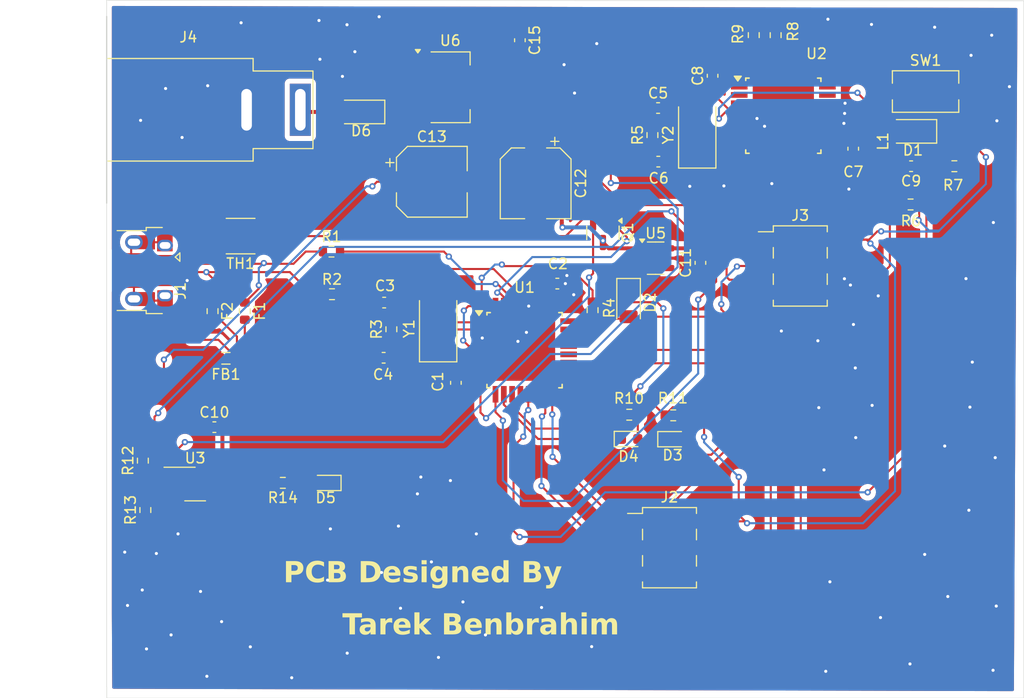
<source format=kicad_pcb>
(kicad_pcb (version 20240108) (generator "pcbnew") (generator_version "8.0")
  (layers (0 "F.Cu" signal) (31 "B.Cu" signal) (34 "B.Paste" user) (35 "F.Paste" user) (36 "B.SilkS" user "B.Silkscreen") (37 "F.SilkS" user "F.Silkscreen") (38 "B.Mask" user) (39 "F.Mask" user) (44 "Edge.Cuts" user))
  (net 0 "")
  (net 1 "GND")
  (net 2 "5VDC")
  (net 3 "Net-(U1-UCAP)")
  (net 4 "Net-(U1-XTAL1)")
  (net 5 "Net-(U1-PC0{slash}XTAL2)")
  (net 6 "Net-(U2-XTAL1{slash}PB6)")
  (net 7 "Net-(U2-XTAL2{slash}PB7)")
  (net 8 "Net-(U2-AVCC)")
  (net 9 "Net-(U1-~{HWB}{slash}PD7)")
  (net 10 "/RESET")
  (net 11 "3.3VDC")
  (net 12 "VIN")
  (net 13 "/RESET2")
  (net 14 "Net-(D3-A)")
  (net 15 "Net-(D3-K)")
  (net 16 "/RXLED")
  (net 17 "Net-(D4-A)")
  (net 18 "Net-(D5-A)")
  (net 19 "PWRIN")
  (net 20 "Net-(J1-Shield)")
  (net 21 "Net-(J1-D+)")
  (net 22 "Net-(J1-VBUS)")
  (net 24 "/SCK2")
  (net 25 "/MISO2")
  (net 26 "/MOSI2")
  (net 27 "/MOSI")
  (net 28 "SCK")
  (net 29 "/MISO")
  (net 30 "Net-(Q1-G)")
  (net 31 "USBVCC")
  (net 32 "Net-(U1-D-)")
  (net 33 "Net-(U1-D+)")
  (net 34 "Net-(U2-PD0)")
  (net 35 "Net-(U1-PD3)")
  (net 36 "Net-(U1-PD2)")
  (net 37 "Net-(U3A-+)")
  (net 38 "Net-(U4A--)")
  (net 73 "Net-(J1-D-)")
  (net 74 "Net-(U2-PD1)")
  (footprint "Diode_SMD:D_1206_3216Metric" (layer "F.Cu") (at 106.1 67.52 180)
    (property "Reference" "D6")
    (property "Value" "D_Schottky" (hide yes))
  )
  (footprint "Diode_SMD:D_1206_3216Metric" (layer "F.Cu") (at 159.31 69.39 180)
    (property "Reference" "D1")
    (property "Value" "D_Schottky" (hide yes))
  )
  (footprint "Resistor_SMD:R_0603_1608Metric" (layer "F.Cu") (at 134.19 69.75 90)
    (property "Reference" "R5")
    (property "Value" "1M" (hide yes))
  )
  (footprint "Capacitor_SMD:C_0603_1608Metric" (layer "F.Cu") (at 159.13 72.75 180)
    (property "Reference" "C9")
    (property "Value" "100n" (hide yes))
  )
  (footprint "LED_SMD:LED_0603_1608Metric" (layer "F.Cu") (at 136.19 99.07)
    (property "Reference" "D3")
    (property "Value" "LED" (hide yes))
  )
  (footprint "Capacitor_SMD:C_0603_1608Metric" (layer "F.Cu") (at 138.8175 82.0675 90)
    (property "Reference" "C11")
    (property "Value" "1uf" (hide yes))
  )
  (footprint "LED_SMD:LED_0603_1608Metric" (layer "F.Cu") (at 102.6825 103.29 180)
    (property "Reference" "D5")
    (property "Value" "LED" (hide yes))
  )
  (footprint "Resistor_SMD:R_1812_4532Metric" (layer "F.Cu") (at 94.4825 79.49 180)
    (property "Reference" "TH1")
    (property "Value" "Thermistor_PTC" (hide yes))
  )
  (footprint "Resistor_SMD:R_0603_1608Metric" (layer "F.Cu") (at 128.42 86.63 90)
    (property "Reference" "R4")
    (property "Value" "10K" (hide yes))
  )
  (footprint "Resistor_SMD:R_0603_1608Metric" (layer "F.Cu") (at 85.06 101.14 90)
    (property "Reference" "R12")
    (property "Value" "10K" (hide yes))
  )
  (footprint "Connector_USB:USB_Micro-B_Amphenol_10103594-0001LF_Horizontal" (layer "F.Cu") (at 85.315 82.835 -90)
    (property "Reference" "J1")
    (property "Value" "USB_B_Micro" (hide yes))
  )
  (footprint "Crystal:Crystal_SMD_Abracon_ABM3-2Pin_5.0x3.2mm" (layer "F.Cu") (at 138.51 69.73 90)
    (property "Reference" "Y2")
    (property "Value" "16Mhz" (hide yes))
  )
  (footprint "Connector_PinHeader_2.54mm:PinHeader_2x03_P2.54mm_Vertical_SMD" (layer "F.Cu") (at 135.835 109.53)
    (property "Reference" "J2")
    (property "Value" "AVR-ISP-6" (hide yes))
  )
  (footprint "Capacitor_SMD:CP_Elec_6.3x5.8" (layer "F.Cu") (at 122.93 74.4 -90)
    (property "Reference" "C12")
    (property "Value" "47uf")
  )
  (footprint "Capacitor_SMD:C_0603_1608Metric" (layer "F.Cu") (at 134.735 67.14)
    (property "Reference" "C5")
    (property "Value" "22p" (hide yes))
  )
  (footprint "Connector_BarrelJack:BarrelJack_SwitchcraftConxall_RAPC10U_Horizontal" (layer "F.Cu") (at 100.24 67.31)
    (property "Reference" "J4")
    (property "Value" "Barrel_Jack" (hide yes))
    (fp_line (start -18.67 -9) (end -18.67 9) (stroke (width 0.12)) (layer "Edge.Cuts"))
  )
  (footprint "Connector_PinHeader_2.54mm:PinHeader_2x03_P2.54mm_Vertical_SMD" (layer "F.Cu") (at 148.445 82.37)
    (property "Reference" "J3")
    (property "Value" "AVR-ISP-6" (hide yes))
  )
  (footprint "Resistor_SMD:R_0603_1608Metric" (layer "F.Cu") (at 146.07 60.115 -90)
    (property "Reference" "R8")
    (property "Value" "1K" (hide yes))
  )
  (footprint "Capacitor_SMD:CP_Elec_6.3x5.8" (layer "F.Cu") (at 112.92 74.25)
    (property "Reference" "C13")
    (property "Value" "47uf")
  )
  (footprint "Package_TO_SOT_SMD:SOT-23" (layer "F.Cu") (at 129.4175 79.17 -90)
    (property "Reference" "Q1")
    (property "Value" "PMOS" (hide yes))
  )
  (footprint "Capacitor_SMD:C_0603_1608Metric" (layer "F.Cu") (at 91.955 97.91)
    (property "Reference" "C10")
    (property "Value" "100n" (hide yes))
  )
  (footprint "Capacitor_SMD:C_0603_1608Metric" (layer "F.Cu") (at 108.325 85.9 180)
    (property "Reference" "C3")
    (property "Value" "22p" (hide yes))
  )
  (footprint "Resistor_SMD:R_0603_1608Metric" (layer "F.Cu") (at 91.78 86.725 -90)
    (property "Reference" "F2")
    (property "Value" "Polyfuse" (hide yes))
  )
  (footprint "Inductor_SMD:L_0805_2012Metric" (layer "F.Cu") (at 93.0675 91.27 180)
    (property "Reference" "FB1")
    (property "Value" "FerriteBead" (hide yes))
  )
  (footprint "Button_Switch_SMD:SW_Tactile_SPST_NO_Straight_CK_PTS636Sx25SMTRLFS" (layer "F.Cu") (at 160.525 65.55)
    (property "Reference" "SW1")
    (property "Value" "SW_Push" (hide yes))
  )
  (footprint "Resistor_SMD:R_0603_1608Metric" (layer "F.Cu") (at 85.3 105.9 90)
    (property "Reference" "R13")
    (property "Value" "10K" (hide yes))
  )
  (footprint "Resistor_SMD:R_0603_1608Metric" (layer "F.Cu") (at 136.195 96.77 180)
    (property "Reference" "R11")
    (property "Value" "1K" (hide yes))
  )
  (footprint "Resistor_SMD:R_0603_1608Metric" (layer "F.Cu") (at 103.245 80.98)
    (property "Reference" "R1")
    (property "Value" "22" (hide yes))
  )
  (footprint "Resistor_SMD:R_0603_1608Metric" (layer "F.Cu") (at 159.08 76.44)
    (property "Reference" "R6")
    (property "Value" "10K" (hide yes))
  )
  (footprint "Capacitor_SMD:C_0603_1608Metric" (layer "F.Cu") (at 115.24 93.635 -90)
    (property "Reference" "C1")
    (property "Value" "100n" (hide yes))
  )
  (footprint "Capacitor_SMD:C_0603_1608Metric" (layer "F.Cu") (at 121.41 60.605 -90)
    (property "Reference" "C15")
    (property "Value" "100n" (hide yes))
  )
  (footprint "Resistor_SMD:R_0603_1608Metric" (layer "F.Cu") (at 103.295 85.09)
    (property "Reference" "R2")
    (property "Value" "22" (hide yes))
  )
  (footprint "Resistor_SMD:R_0603_1608Metric" (layer "F.Cu") (at 109.02 88.47 90)
    (property "Reference" "R3")
    (property "Value" "1M" (hide yes))
  )
  (footprint "Diode_SMD:D_1206_3216Metric" (layer "F.Cu") (at 131.89 85.86 -90)
    (property "Reference" "D2")
    (property "Value" "D_Schottky" (hide yes))
  )
  (footprint "Resistor_SMD:R_0603_1608Metric" (layer "F.Cu") (at 143.96 60.11 -90)
    (property "Reference" "R9")
    (property "Value" "1K" (hide yes))
  )
  (footprint "Resistor_SMD:R_0603_1608Metric" (layer "F.Cu") (at 163.3 72.75)
    (property "Reference" "R7")
    (property "Value" "1K" (hide yes))
  )
  (footprint "Capacitor_SMD:C_0603_1608Metric" (layer "F.Cu") (at 134.755 72.31)
    (property "Reference" "C6")
    (property "Value" "22p" (hide yes))
  )
  (footprint "Package_QFP:TQFP-32_7x7mm_P0.8mm" (layer "F.Cu") (at 146.81 67.88)
    (property "Reference" "U2")
    (property "Value" "ATmega328PB-A" (hide yes))
  )
  (footprint "Crystal:Crystal_SMD_Abracon_ABM3-2Pin_5.0x3.2mm" (layer "F.Cu") (at 113.53 88.41 90)
    (property "Reference" "Y1")
    (property "Value" "16Mhz" (hide yes))
  )
  (footprint "Resistor_SMD:R_0603_1608Metric" (layer "F.Cu") (at 94.89 86.725 -90)
    (property "Reference" "F1")
    (property "Value" "Polyfuse" (hide yes))
  )
  (footprint "Capacitor_SMD:C_0603_1608Metric" (layer "F.Cu") (at 153.55 71.065 90)
    (property "Reference" "C7")
    (property "Value" "100n" (hide yes))
  )
  (footprint "Inductor_SMD:L_0201_0603Metric" (layer "F.Cu") (at 155.11 70.33 -90)
    (property "Reference" "L1")
    (property "Value" "12uH" (hide yes))
  )
  (footprint "Capacitor_SMD:C_0603_1608Metric" (layer "F.Cu") (at 139.99 64.03 90)
    (property "Reference" "C8")
    (property "Value" "100n" (hide yes))
  )
  (footprint "Capacitor_SMD:C_0603_1608Metric" (layer "F.Cu") (at 108.275 91.22)
    (property "Reference" "C4")
    (property "Value" "22p" (hide yes))
  )
  (footprint "Package_QFP:TQFP-32_7x7mm_P0.8mm" (layer "F.Cu") (at 121.86 90.49)
    (property "Reference" "U1")
    (property "Value" "ATmega16U2-A" (hide yes))
  )
  (footprint "Package_TO_SOT_SMD:SOT-223-3_TabPin2" (layer "F.Cu") (at 114.7 65.14)
    (property "Reference" "U6")
    (property "Value" "NCP1117-5.0_SOT223" (hide yes))
  )
  (footprint "Package_TO_SOT_SMD:SOT-23-5" (layer "F.Cu") (at 134.5 81.6175)
    (property "Reference" "U5")
    (property "Value" "LP2985-3.3" (hide yes))
  )
  (footprint "Capacitor_SMD:C_0603_1608Metric" (layer "F.Cu") (at 125.02 84.07 180)
    (property "Reference" "C2")
    (property "Value" "1uf" (hide yes))
  )
  (footprint "Resistor_SMD:R_0603_1608Metric" (layer "F.Cu") (at 131.955 96.71 180)
    (property "Reference" "R10")
    (property "Value" "1K" (hide yes))
  )
  (footprint "LED_SMD:LED_0603_1608Metric" (layer "F.Cu") (at 131.9925 99.05)
    (property "Reference" "D4")
    (property "Value" "LED" (hide yes))
  )
  (footprint "Library:VSSOP-8_3.0x3.0mm_P0.65mm" (layer "F.Cu") (at 90.1 103.395)
    (property "Reference" "U3")
    (property "Value" "LMV358" (hide yes))
  )
  (footprint "Resistor_SMD:R_0603_1608Metric" (layer "F.Cu") (at 98.555 103.28 180)
    (property "Reference" "R14")
    (property "Value" "1K" (hide yes))
  )
  (gr_line (start 81.579999 124.03) (end 81.579999 122.930522) (stroke (width 0.05)) (layer "Edge.Cuts"))
  (gr_line (start 81.57 76.31) (end 81.57 122.930567) (stroke (width 0.05)) (layer "Edge.Cuts"))
  (gr_line (start 170 124.03) (end 81.579999 124.03) (stroke (width 0.05)) (layer "Edge.Cuts"))
  (gr_line (start 170 56.8) (end 170 124.03) (stroke (width 0.05)) (layer "Edge.Cuts"))
  (gr_line (start 81.57 58.31) (end 81.57 56.749968) (stroke (width 0.05)) (layer "Edge.Cuts"))
  (gr_line (start 81.57 56.749968) (end 170 56.8) (stroke (width 0.05)) (layer "Edge.Cuts"))
  (gr_text "PCB Designed By " (at 98.6 113.2 0) (layer "F.SilkS") (effects (font (size 2 2) (thickness 0.2) (bold yes) (italic yes)) (justify left bottom)))
  (gr_text "Tarek Benbrahim " (at 104.29 118.23 0) (layer "F.SilkS") (effects (font (size 2 2) (thickness 0.2) (bold yes) (italic yes)) (justify left bottom)))
  (segment (start 87.08 84.11) (end 88.59 84.11) (width 0.2) (layer "F.Cu") (net 1))
  (segment (start 152.72 67.66) (end 151.24 67.66) (width 0.2) (layer "F.Cu") (net 1))
  (segment (start 142.56 68.28) (end 144.14 68.28) (width 0.2) (layer "F.Cu") (net 1))
  (segment (start 88.59 84.11) (end 88.98 84.5) (width 0.2) (layer "F.Cu") (net 1))
  (segment (start 151.24 67.66) (end 151.06 67.48) (width 0.2) (layer "F.Cu") (net 1))
  (segment (start 144.14 68.28) (end 144.27 68.15) (width 0.2) (layer "F.Cu") (net 1))
  (via (at 153.57 88.01) (size 0.6) (drill 0.3) (layers "F.Cu" "B.Cu") (net 1))
  (via (at 114.71 103.06) (size 0.6) (drill 0.3) (layers "F.Cu" "B.Cu") (net 1))
  (via (at 164.8 95.98) (size 0.6) (drill 0.3) (layers "F.Cu" "B.Cu") (net 1))
  (via (at 167.03 121.35) (size 0.6) (drill 0.3) (layers "F.Cu" "B.Cu") (net 1))
  (via (at 117.782409 89.314998) (size 0.6) (drill 0.3) (layers "F.Cu" "B.Cu") (net 1))
  (via (at 155.96 85.25) (size 0.6) (drill 0.3) (layers "F.Cu" "B.Cu") (net 1))
  (via (at 102.13 62.44) (size 0.6) (drill 0.3) (layers "F.Cu" "B.Cu") (net 1))
  (via (at 150.23 96.03) (size 0.6) (drill 0.3) (layers "F.Cu" "B.Cu") (net 1))
  (via (at 161.4 59.35) (size 0.6) (drill 0.3) (layers "F.Cu" "B.Cu") (net 1))
  (via (at 118.09 117.94) (size 0.6) (drill 0.3) (layers "F.Cu" "B.Cu") (net 1))
  (via (at 102.87 112.66) (size 0.6) (drill 0.3) (layers "F.Cu" "B.Cu") (net 1))
  (via (at 112.88 110.9) (size 0.6) (drill 0.3) (layers "F.Cu" "B.Cu") (net 1))
  (via (at 85 113.61) (size 0.6) (drill 0.3) (layers "F.Cu" "B.Cu") (net 1))
  (via (at 137.79 74.69) (size 0.6) (drill 0.3) (layers "F.Cu" "B.Cu") (net 1))
  (via (at 159.02 120.74) (size 0.6) (drill 0.3) (layers "F.Cu" "B.Cu") (net 1))
  (via (at 125.67 62.96) (size 0.6) (drill 0.3) (layers "F.Cu" "B.Cu") (net 1))
  (via (at 166.9 60.12) (size 0.6) (drill 0.3) (layers "F.Cu" "B.Cu") (net 1))
  (via (at 152.76 66.68) (size 0.6) (drill 0.3) (layers "F.Cu" "B.Cu") (net 1))
  (via (at 146.62 88.64) (size 0.6) (drill 0.3) (layers "F.Cu" "B.Cu") (net 1))
  (via (at 104.76 119.7) (size 0.6) (drill 0.3) (layers "F.Cu" "B.Cu") (net 1))
  (via (at 115.92 114.76) (size 0.6) (drill 0.3) (layers "F.Cu" "B.Cu") (net 1))
  (via (at 145.7 74.43) (size 0.6) (drill 0.3) (layers "F.Cu" "B.Cu") (net 1))
  (via (at 84.84 68.33) (size 0.6) (drill 0.3) (layers "F.Cu" "B.Cu") (net 1))
  (via (at 162.67 114.24) (size 0.6) (drill 0.3) (layers "F.Cu" "B.Cu") (net 1))
  (via (at 91.23 121.93) (size 0.6) (drill 0.3) (layers "F.Cu" "B.Cu") (net 1))
  (via (at 141.08 74.65) (size 0.6) (drill 0.3) (layers "F.Cu" "B.Cu") (net 1))
  (via (at 125.795 84.07) (size 0.6) (drill 0.3) (layers "F.Cu" "B.Cu") (net 1))
  (via (at 109.9 115.37) (size 0.6) (drill 0.3) (layers "F.Cu" "B.Cu") (net 1))
  (via (at 88.84 69.98) (size 0.6) (drill 0.3) (layers "F.Cu" "B.Cu") (net 1))
  (via (at 88.45 108.2) (size 0.6) (drill 0.3) (layers "F.Cu" "B.Cu") (net 1))
  (via (at 121.22 89.64) (size 0.6) (drill 0.3) (layers "F.Cu" "B.Cu") (net 1))
  (via (at 152.7 83.6) (size 0.6) (drill 0.3) (layers "F.Cu" "B.Cu") (net 1))
  (via (at 102.04 58.7) (size 0.6) (drill 0.3) (layers "F.Cu" "B.Cu") (net 1))
  (via (at 122.26 86.24) (size 0.6) (drill 0.3) (layers "F.Cu" "B.Cu") (net 1))
  (via (at 89.33 83.77) (size 0.6) (drill 0.3) (layers "F.Cu" "B.Cu") (net 1))
  (via (at 111.53 104.34) (size 0.6) (drill 0.3) (layers "F.Cu" "B.Cu") (net 1))
  (via (at 104.74 59.11) (size 0.6) (drill 0.3) (layers "F.Cu" "B.Cu") (net 1))
  (via (at 144.27 68.15) (size 0.6) (drill 0.3) (layers "F.Cu" "B.Cu") (net 1))
  (via (at 128.82 60.93) (size 0.6) (drill 0.3) (layers "F.Cu" "B.Cu") (net 1))
  (via (at 165.03 91.64) (size 0.6) (drill 0.3) (layers "F.Cu" "B.Cu") (net 1))
  (via (at 167.34 115.16) (size 0.6) (drill 0.3) (layers "F.Cu" "B.Cu") (net 1))
  (via (at 152.65 68.62) (size 0.6) (drill 0.3) (layers "F.Cu" "B.Cu") (net 1))
  (via (at 91.31 64.99) (size 0.6) (drill 0.3) (layers "F.Cu" "B.Cu") (net 1))
  (via (at 123.5 115.3) (size 0.6) (drill 0.3) (layers "F.Cu" "B.Cu") (net 1))
  (via (at 152.72 67.66) (size 0.6) (drill 0.3) (layers "F.Cu" "B.Cu") (net 1))
  (via (at 153.79 98.92) (size 0.6) (drill 0.3) (layers "F.Cu" "B.Cu") (net 1))
  (via (at 90.62 113.75) (size 0.6) (drill 0.3) (layers "F.Cu" "B.Cu") (net 1))
  (via (at 151.3 112.82) (size 0.6) (drill 0.3) (layers "F.Cu" "B.Cu") (net 1))
  (via (at 164.91 62.06) (size 0.6) (drill 0.3) (layers "F.Cu" "B.Cu") (net 1))
  (via (at 109.7 107.45) (size 0.6) (drill 0.3) (layers "F.Cu" "B.Cu") (net 1))
  (via (at 87.78 117.94) (size 0.6) (drill 0.3) (layers "F.Cu" "B.Cu") (net 1))
  (via (at 156.18 116.27) (size 0.6) (drill 0.3) (layers "F.Cu" "B.Cu") (net 1))
  (via (at 86.36 110.09) (size 0.6) (drill 0.3) (layers "F.Cu" "B.Cu") (net 1))
  (via (at 126.6 85.14) (size 0.6) (drill 0.3) (layers "F.Cu" "B.Cu") (net 1))
  (via (at 153.75 92.2) (size 0.6) (drill 0.3) (layers "F.Cu" "B.Cu") (net 1))
  (via (at 111.86 102.72) (size 0.6) (drill 0.3) (layers "F.Cu" "B.Cu") (net 1))
  (via (at 107.84 58.34) (size 0.6) (drill 0.3) (layers "F.Cu" "B.Cu") (net 1))
  (via (at 104.3 64.09) (size 0.6) (drill 0.3) (layers "F.Cu" "B.Cu") (net 1))
  (via (at 92.65 116.66) (size 0.6) (drill 0.3) (layers "F.Cu" "B.Cu") (net 1))
  (via (at 160.44 110.18) (size 0.6) (drill 0.3) (layers "F.Cu" "B.Cu") (net 1))
  (via (at 150.9 121.45) (size 0.6) (drill 0.3) (layers "F.Cu" "B.Cu") (net 1))
  (via (at 128.33 119.07) (size 0.6) (drill 0.3) (layers "F.Cu" "B.Cu") (net 1))
  (via (at 167.4 68.37) (size 0.6) (drill 0.3) (layers "F.Cu" "B.Cu") (net 1))
  (via (at 103.14 107.72) (size 0.6) (drill 0.3) (layers "F.Cu" "B.Cu") (net 1))
  (via (at 155.31 59.08) (size 0.6) (drill 0.3) (layers "F.Cu" "B.Cu") (net 1))
  (via (at 164.42 83.59) (size 0.6) (drill 0.3) (layers "F.Cu" "B.Cu") (net 1))
  (via (at 168.61 65.08) (size 0.6) (drill 0.3) (layers "F.Cu" "B.Cu") (net 1))
  (via (at 83.31 109.96) (size 0.6) (drill 0.3) (layers "F.Cu" "B.Cu") (net 1))
  (via (at 153.28 84.21) (size 0.6) (drill 0.3) (layers "F.Cu" "B.Cu") (net 1))
  (via (at 113.56 120.11) (size 0.6) (drill 0.3) (layers "F.Cu" "B.Cu") (net 1))
  (via (at 108.07 111.92) (size 0.6) (drill 0.3) (layers "F.Cu" "B.Cu") (net 1))
  (via (at 83.58 115.1) (size 0.6) (drill 0.3) (layers "F.Cu" "B.Cu") (net 1))
  (via (at 153.13 74.96) (size 0.6) (drill 0.3) (layers "F.Cu" "B.Cu") (net 1))
  (via (at 85.41 119.29) (size 0.6) (drill 0.3) (layers "F.Cu" "B.Cu") (net 1))
  (via (at 88.98 84.5) (size 0.6) (drill 0.3) (layers "F.Cu" "B.Cu") (net 1))
  (via (at 150.14 89.58) (size 0.6) (drill 0.3) (layers "F.Cu" "B.Cu") (net 1))
  (via (at 117.21 108.2) (size 0.6) (drill 0.3) (layers "F.Cu" "B.Cu") (net 1))
  (via (at 151.11 58.58) (size 0.6) (drill 0.3) (layers "F.Cu" "B.Cu") (net 1))
  (via (at 87.25 65.26) (size 0.6) (drill 0.3) (layers "F.Cu" "B.Cu") (net 1))
  (via (at 167.06 78.18) (size 0.6) (drill 0.3) (layers "F.Cu" "B.Cu") (net 1))
  (via (at 126.68 65.7) (size 0.6) (drill 0.3) (layers "F.Cu" "B.Cu") (net 1))
  (via (at 167.24 100.85) (size 0.6) (drill 0.3) (layers "F.Cu" "B.Cu") (net 1))
  (via (at 155.37 95.81) (size 0.6) (drill 0.3) (layers "F.Cu" "B.Cu") (net 1))
  (via (at 105.5 61.71) (size 0.6) (drill 0.3) (layers "F.Cu" "B.Cu") (net 1))
  (via (at 95.42 119.09) (size 0.6) (drill 0.3) (layers "F.Cu" "B.Cu") (net 1))
  (via (at 162.37 99.73) (size 0.6) (drill 0.3) (layers "F.Cu" "B.Cu") (net 1))
  (via (at 125.94 83.29) (size 0.6) (drill 0.3) (layers "F.Cu" "B.Cu") (net 1))
  (via (at 164.7 105.92) (size 0.6) (drill 0.3) (layers "F.Cu" "B.Cu") (net 1))
  (via (at 99.41 122.07) (size 0.6) (drill 0.3) (layers "F.Cu" "B.Cu") (net 1))
  (via (at 94.53 58.92) (size 0.6) (drill 0.3) (layers "F.Cu" "B.Cu") (net 1))
  (via (at 150.73 102.03) (size 0.6) (drill 0.3) (layers "F.Cu" "B.Cu") (net 1))
  (via (at 145 68.9) (size 0.6) (drill 0.3) (layers "F.Cu" "B.Cu") (net 1))
  (via (at 122.04 88.77) (size 0.6) (drill 0.3) (layers "F.Cu" "B.Cu") (net 1))
  (segment (start 142.51 102.71) (end 142.51 106.37) (width 0.2) (layer "F.Cu") (net 2))
  (segment (start 134.59 85.86) (end 134.64 85.86) (width 0.2) (layer "F.Cu") (net 2))
  (segment (start 132.700001 82.5675) (end 131.82 81.687499) (width 0.2) (layer "F.Cu") (net 2))
  (segment (start 131.82 81.687499) (end 131.82 80.6675) (width 0.2) (layer "F.Cu") (net 2))
  (segment (start 117.85 61.77) (end 117.85 65.14) (width 0.38) (layer "F.Cu") (net 2))
  (segment (start 141.75 67.48) (end 142.56 67.48) (width 0.2) (layer "F.Cu") (net 2))
  (segment (start 134.64 85.86) (end 135.24 86.46) (width 0.2) (layer "F.Cu") (net 2))
  (segment (start 159.905 76.44) (end 159.905 77.895) (width 0.2) (layer "F.Cu") (net 2))
  (segment (start 122.93 66.3) (end 121.78 65.15) (width 0.38) (layer "F.Cu") (net 2))
  (segment (start 116.35 60.27) (end 117.85 61.77) (width 0.38) (layer "F.Cu") (net 2))
  (segment (start 121.41 61.38) (end 121.41 63.95) (width 0.38) (layer "F.Cu") (net 2))
  (segment (start 120.22 65.14) (end 117.85 65.14) (width 0.38) (layer "F.Cu") (net 2))
  (segment (start 155.11 75.69) (end 155.11 70.65) (width 0.2) (layer "F.Cu") (net 2))
  (segment (start 155.08 79.83) (end 150.97 79.83) (width 0.2) (layer "F.Cu") (net 2))
  (segment (start 155.39 70.93) (end 155.99 70.93) (width 0.12) (layer "F.Cu") (net 2))
  (segment (start 128.42 85.805) (end 129.77 85.805) (width 0.2) (layer "F.Cu") (net 2))
  (segment (start 92.73 97.91) (end 92.73 101.99) (width 0.38) (layer "F.Cu") (net 2))
  (segment (start 133.03 93.97) (end 132.53 94.47) (width 0.2) (layer "F.Cu") (net 2))
  (segment (start 125.45 74.22) (end 125.45 78.17) (width 0.38) (layer "F.Cu") (net 2))
  (segment (start 115.24 91.46) (end 115.24 92.86) (width 0.2) (layer "F.Cu") (net 2))
  (segment (start 108.12 60.27) (end 116.35 60.27) (width 0.38) (layer "F.Cu") (net 2))
  (segment (start 129.77 85.805) (end 130.545 85.805) (width 0.2) (layer "F.Cu") (net 2))
  (segment (start 116.8 86.24) (end 116.44 86.24) (width 0.2) (layer "F.Cu") (net 2))
  (segment (start 125.45 78.58) (end 125.52 78.65) (width 0.38) (layer "F.Cu") (net 2))
  (segment (start 119.06 86.24) (end 116.8 86.24) (width 0.2) (layer "F.Cu") (net 2))
  (segment (start 155.88 79.03) (end 155.08 79.83) (width 0.2) (layer "F.Cu") (net 2))
  (segment (start 116.44 86.24) (end 116.01 86.67) (width 0.2) (layer "F.Cu") (net 2))
  (segment (start 117.61 90.09) (end 116.61 90.09) (width 0.2) (layer "F.Cu") (net 2))
  (segment (start 115.24 92.86) (end 97.78 92.86) (width 0.2) (layer "F.Cu") (net 2))
  (segment (start 125.45 78.17) (end 125.45 78.58) (width 0.38) (layer "F.Cu") (net 2))
  (segment (start 107.67 61.77) (end 107.67 60.72) (width 0.38) (layer "F.Cu") (net 2))
  (segment (start 119.82 82.38) (end 119.67 82.23) (width 0.2) (layer "F.Cu") (net 2))
  (segment (start 163.86 69.39) (end 166.34 71.87) (width 0.2) (layer "F.Cu") (net 2))
  (segment (start 128.42 84.72) (end 126.08 82.38) (width 0.2) (layer "F.Cu") (net 2))
  (segment (start 160.71 69.39) (end 163.86 69.39) (width 0.2) (layer "F.Cu") (net 2))
  (segment (start 132.53 94.47) (end 132.53 95.31) (width 0.2) (layer "F.Cu") (net 2))
  (segment (start 97.78 92.86) (end 92.73 97.91) (width 0.2) (layer "F.Cu") (net 2))
  (segment (start 156.43 70.49) (end 156.43 68.461544) (width 0.12) (layer "F.Cu") (net 2))
  (segment (start 116.48 90.09) (end 117.61 90.09) (width 0.2) (layer "F.Cu") (net 2))
  (segment (start 139.17 97.72) (end 139.17 98.86) (width 0.2) (layer "F.Cu") (net 2))
  (segment (start 120.93 65.14) (end 120.22 65.14) (width 0.38) (layer "F.Cu") (net 2))
  (segment (start 129.9775 80.6675) (end 131.82 80.6675) (width 0.38) (layer "F.Cu") (net 2))
  (segment (start 150.97 79.83) (end 155.11 75.69) (width 0.2) (layer "F.Cu") (net 2))
  (segment (start 155.21 80.2) (end 154.84 79.83) (width 0.2) (layer "F.Cu") (net 2))
  (segment (start 141.28 67.48) (end 142.56 67.48) (width 0.2) (layer "F.Cu") (net 2))
  (segment (start 92.73 101.99) (end 92.3 102.42) (width 0.38) (layer "F.Cu") (net 2))
  (segment (start 131.48 85.86) (end 134.59 85.86) (width 0.2) (layer "F.Cu") (net 2))
  (segment (start 156.24 79.03) (end 155.88 79.03) (width 0.2) (layer "F.Cu") (net 2))
  (segment (start 156.26 68.291544) (end 156.26 67.97) (width 0.18) (layer "F.Cu") (net 2))
  (segment (start 131.89 84.46) (end 131.89 84.04) (width 0.2) (layer "F.Cu") (net 2))
  (segment (start 139.99 64.805) (end 139.99 65.72) (width 0.2) (layer "F.Cu") (net 2))
  (segment (start 131.82 80.6675) (end 133.3625 80.6675) (width 0.38) (layer "F.Cu") (net 2))
  (segment (start 117.73 85.31) (end 116.8 86.24) (width 0.2) (layer "F.Cu") (net 2))
  (segment (start 121.41 63.95) (end 120.22 65.14) (width 0.38) (layer "F.Cu") (net 2))
  (segment (start 130.985 85.365) (end 131.89 84.46) (width 0.2) (layer "F.Cu") (net 2))
  (segment (start 115.94 89.55) (end 116.48 90.09) (width 0.2) (layer "F.Cu") (net 2))
  (segment (start 129.4175 80.1075) (end 129.9775 80.6675) (width 0.38) (layer "F.Cu") (net 2))
  (segment (start 143.13 106.99) (end 143.31 107.17) (width 0.2) (layer "F.Cu") (net 2))
  (segment (start 159.905 77.895) (end 159.85 77.95) (width 0.2) (layer "F.Cu") (net 2))
  (segment (start 111.04 65.14) (end 107.67 61.77) (width 0.38) (layer "F.Cu") (net 2))
  (segment (start 122.93 71.7) (end 122.93 66.3) (width 0.38) (layer "F.Cu") (net 2))
  (segment (start 107.67 60.72) (end 108.12 60.27) (width 0.38) (layer "F.Cu") (net 2))
  (segment (start 156.43 68.461544) (end 156.26 68.291544) (width 0.18) (layer "F.Cu") (net 2))
  (segment (start 130.985 85.365) (end 131.48 85.86) (width 0.2) (layer "F.Cu") (net 2))
  (segment (start 132.53 95.31) (end 131.13 96.71) (width 0.2) (layer "F.Cu") (net 2))
  (segment (start 139.99 65.72) (end 141.75 67.48) (width 0.2) (layer "F.Cu") (net 2))
  (segment (start 120.94 65.15) (end 120.93 65.14) (width 0.38) (layer "F.Cu") (net 2))
  (segment (start 133.3625 82.5675) (end 132.700001 82.5675) (width 0.2) (layer "F.Cu") (net 2))
  (segment (start 142.51 106.37) (end 143.31 107.17) (width 0.2) (layer "F.Cu") (net 2))
  (segment (start 155.11 70.65) (end 155.39 70.93) (width 0.12) (layer "F.Cu") (net 2))
  (segment (start 155.99 70.93) (end 156.43 70.49) (width 0.12) (layer "F.Cu") (net 2))
  (segment (start 116.61 90.09) (end 115.24 91.46) (width 0.2) (layer "F.Cu") (net 2))
  (segment (start 140.6 68.16) (end 141.28 67.48) (width 0.2) (layer "F.Cu") (net 2))
  (segment (start 154.84 79.83) (end 150.97 79.83) (width 0.2) (layer "F.Cu") (net 2))
  (segment (start 155.92 67.63) (end 153.96 65.67) (width 0.2) (layer "F.Cu") (net 2))
  (segment (start 111.55 65.14) (end 111.04 65.14) (width 0.38) (layer "F.Cu") (net 2))
  (segment (start 136.145 95.995) (end 137.445 95.995) (width 0.2) (layer "F.Cu") (net 2))
  (segment (start 128.42 85.805) (end 128.42 84.72) (width 0.2) (layer "F.Cu") (net 2))
  (segment (start 122.93 71.7) (end 125.45 74.22) (width 0.38) (layer "F.Cu") (net 2))
  (segment (start 117.73 83.51) (end 117.73 85.31) (width 0.2) (layer "F.Cu") (net 2))
  (segment (start 135.37 96.77) (end 133.91 95.31) (width 0.2) (layer "F.Cu") (net 2))
  (segment (start 156.26 67.97) (end 155.92 67.63) (width 0.18) (layer "F.Cu") (net 2))
  (segment (start 135.37 96.77) (end 136.145 95.995) (width 0.2) (layer "F.Cu") (net 2))
  (segment (start 130.545 85.805) (end 130.985 85.365) (width 0.2) (layer "F.Cu") (net 2))
  (segment (start 138.36 106.99) (end 143.13 106.99) (width 0.2) (layer "F.Cu") (net 2))
  (segment (start 131.89 84.04) (end 133.3625 82.5675) (width 0.2) (layer "F.Cu") (net 2))
  (segment (start 133.91 95.31) (end 132.53 95.31) (width 0.2) (layer "F.Cu") (net 2))
  (segment (start 137.445 95.995) (end 139.17 97.72) (width 0.2) (layer "F.Cu") (net 2))
  (segment (start 126.08 82.38) (end 119.82 82.38) (width 0.2) (layer "F.Cu") (net 2))
  (segment (start 121.78 65.15) (end 120.94 65.15) (width 0.38) (layer "F.Cu") (net 2))
  (via (at 115.94 89.55) (size 0.6) (drill 0.3) (layers "F.Cu" "B.Cu") (net 2))
  (via (at 156.24 79.03) (size 0.6) (drill 0.3) (layers "F.Cu" "B.Cu") (net 2))
  (via (at 139.17 98.86) (size 0.6) (drill 0.3) (layers "F.Cu" "B.Cu") (net 2))
  (via (at 133.03 93.97) (size 0.6) (drill 0.3) (layers "F.Cu" "B.Cu") (net 2))
  (via (at 119.67 82.23) (size 0.6) (drill 0.3) (layers "F.Cu" "B.Cu") (net 2))
  (via (at 155.21 80.2) (size 0.6) (drill 0.3) (layers "F.Cu" "B.Cu") (net 2))
  (via (at 159.85 77.95) (size 0.6) (drill 0.3) (layers "F.Cu" "B.Cu") (net 2))
  (via (at 166.34 71.87) (size 0.6) (drill 0.3) (layers "F.Cu" "B.Cu") (net 2))
  (via (at 153.96 65.67) (size 0.6) (drill 0.3) (layers "F.Cu" "B.Cu") (net 2))
  (via (at 143.31 107.17) (size 0.6) (drill 0.3) (layers "F.Cu" "B.Cu") (net 2))
  (via (at 117.73 83.51) (size 0.6) (drill 0.3) (layers "F.Cu" "B.Cu") (net 2))
  (via (at 135.24 86.46) (size 0.6) (drill 0.3) (layers "F.Cu" "B.Cu") (net 2))
  (via (at 116.01 86.67) (size 0.6) (drill 0.3) (layers "F.Cu" "B.Cu") (net 2))
  (via (at 129.4175 79.93) (size 0.6) (drill 0.3) (layers "F.Cu" "B.Cu") (net 2))
  (via (at 142.51 102.71) (size 0.6) (drill 0.3) (layers "F.Cu" "B.Cu") (net 2))
  (via (at 125.52 78.65) (size 0.6) (drill 0.3) (layers "F.Cu" "B.Cu") (net 2))
  (via (at 140.6 68.16) (size 0.6) (drill 0.3) (layers "F.Cu" "B.Cu") (net 2))
  (segment (start 159.85 77.95) (end 160.855 78.955) (width 0.2) (layer "B.Cu") (net 2))
  (segment (start 153.96 65.67) (end 142.09 65.67) (width 0.2) (layer "B.Cu") (net 2))
  (segment (start 166.34 71.87) (end 166.34 74.46) (width 0.2) (layer "B.Cu") (net 2))
  (segment (start 128.1375 78.65) (end 129.4175 79.93) (width 0.38) (layer "B.Cu") (net 2))
  (segment (start 142.09 65.67) (end 140.72 67.04) (width 0.2) (layer "B.Cu") (net 2))
  (segment (start 119.67 82.23) (end 119.01 82.23) (width 0.2) (layer "B.Cu") (net 2))
  (segment (start 154.49 107.17) (end 157.58 104.08) (width 0.2) (layer "B.Cu") (net 2))
  (segment (start 160.855 78.955) (end 161.845 78.955) (width 0.2) (layer "B.Cu") (net 2))
  (segment (start 139.17 98.86) (end 139.17 99.37) (width 0.2) (layer "B.Cu") (net 2))
  (segment (start 161.75 79.05) (end 156.26 79.05) (width 0.2) (layer "B.Cu") (net 2))
  (segment (start 135.24 86.46) (end 135.24 91.76) (width 0.2) (layer "B.Cu") (net 2))
  (segment (start 166.34 74.46) (end 161.845 78.955) (width 0.2) (layer "B.Cu") (net 2))
  (segment (start 140.6 67.16) (end 140.6 68.16) (width 0.2) (layer "B.Cu") (net 2))
  (segment (start 135.24 91.76) (end 133.03 93.97) (width 0.2) (layer "B.Cu") (net 2))
  (segment (start 157.58 82.57) (end 155.21 80.2) (width 0.2) (layer "B.Cu") (net 2))
  (segment (start 156.26 79.05) (end 156.24 79.03) (width 0.2) (layer "B.Cu") (net 2))
  (segment (start 125.52 78.65) (end 128.1375 78.65) (width 0.38) (layer "B.Cu") (net 2))
  (segment (start 119.01 82.23) (end 117.73 83.51) (width 0.2) (layer "B.Cu") (net 2))
  (segment (start 140.72 67.04) (end 140.6 67.16) (width 0.2) (layer "B.Cu") (net 2))
  (segment (start 116.01 89.48) (end 115.94 89.55) (width 0.2) (layer "B.Cu") (net 2))
  (segment (start 157.58 104.08) (end 157.58 82.57) (width 0.2) (layer "B.Cu") (net 2))
  (segment (start 139.17 99.37) (end 142.51 102.71) (width 0.2) (layer "B.Cu") (net 2))
  (segment (start 116.01 86.67) (end 116.01 89.48) (width 0.2) (layer "B.Cu") (net 2))
  (segment (start 161.845 78.955) (end 161.75 79.05) (width 0.2) (layer "B.Cu") (net 2))
  (segment (start 143.31 107.17) (end 154.49 107.17) (width 0.2) (layer "B.Cu") (net 2))
  (segment (start 123.06 85.255) (end 123.06 86.24) (width 0.2) (layer "F.Cu") (net 3))
  (segment (start 124.245 84.07) (end 123.06 85.255) (width 0.2) (layer "F.Cu") (net 3))
  (segment (start 109.56 86.36) (end 109.1 85.9) (width 0.2) (layer "F.Cu") (net 4))
  (segment (start 109.1 87.565) (end 109.02 87.645) (width 0.2) (layer "F.Cu") (net 4))
  (segment (start 114.97 87.8) (end 113.53 86.36) (width 0.2) (layer "F.Cu") (net 4))
  (segment (start 117.61 87.69) (end 117.5 87.8) (width 0.2) (layer "F.Cu") (net 4))
  (segment (start 117.5 87.8) (end 114.97 87.8) (width 0.2) (layer "F.Cu") (net 4))
  (segment (start 113.53 86.36) (end 109.56 86.36) (width 0.2) (layer "F.Cu") (net 4))
  (segment (start 109.1 85.9) (end 109.1 87.565) (width 0.2) (layer "F.Cu") (net 4))
  (segment (start 113.53 89.9) (end 113.53 90.46) (width 0.2) (layer "F.Cu") (net 5))
  (segment (start 109.02 91.19) (end 109.05 91.22) (width 0.2) (layer "F.Cu") (net 5))
  (segment (start 109.02 89.295) (end 109.02 91.19) (width 0.2) (layer "F.Cu") (net 5))
  (segment (start 114.94 88.49) (end 113.53 89.9) (width 0.2) (layer "F.Cu") (net 5))
  (segment (start 109.05 91.22) (end 112.77 91.22) (width 0.2) (layer "F.Cu") (net 5))
  (segment (start 112.77 91.22) (end 113.53 90.46) (width 0.2) (layer "F.Cu") (net 5))
  (segment (start 117.61 88.49) (end 114.94 88.49) (width 0.2) (layer "F.Cu") (net 5))
  (segment (start 138.51 67.68) (end 140.71 69.88) (width 0.2) (layer "F.Cu") (net 6))
  (segment (start 135.51 67.14) (end 135.51 68.25) (width 0.2) (layer "F.Cu") (net 6))
  (segment (start 135.51 67.14) (end 137.97 67.14) (width 0.2) (layer "F.Cu") (net 6))
  (segment (start 140.71 69.88) (end 142.56 69.88) (width 0.2) (layer "F.Cu") (net 6))
  (segment (start 135.51 68.25) (end 134.835 68.925) (width 0.2) (layer "F.Cu") (net 6))
  (segment (start 134.835 68.925) (end 134.19 68.925) (width 0.2) (layer "F.Cu") (net 6))
  (segment (start 137.97 67.14) (end 138.51 67.68) (width 0.2) (layer "F.Cu") (net 6))
  (segment (start 142.56 70.68) (end 139.61 70.68) (width 0.2) (layer "F.Cu") (net 7))
  (segment (start 134.925 70.575) (end 135.53 71.18) (width 0.2) (layer "F.Cu") (net 7))
  (segment (start 137.98 72.31) (end 138.51 71.78) (width 0.2) (layer "F.Cu") (net 7))
  (segment (start 135.53 71.18) (end 135.53 72.31) (width 0.2) (layer "F.Cu") (net 7))
  (segment (start 134.19 70.575) (end 134.925 70.575) (width 0.2) (layer "F.Cu") (net 7))
  (segment (start 138.51 71.78) (end 139.01 71.78) (width 0.2) (layer "F.Cu") (net 7))
  (segment (start 135.53 72.31) (end 137.98 72.31) (width 0.2) (layer "F.Cu") (net 7))
  (segment (start 139.61 70.68) (end 138.51 71.78) (width 0.2) (layer "F.Cu") (net 7))
  (segment (start 153.14 69.88) (end 153.55 70.29) (width 0.2) (layer "F.Cu") (net 8))
  (segment (start 154.82 69.72) (end 154.12 69.72) (width 0.1) (layer "F.Cu") (net 8))
  (segment (start 153.83 70.01) (end 153.55 70.29) (width 0.2) (layer "F.Cu") (net 8))
  (segment (start 155.11 70.01) (end 154.82 69.72) (width 0.1) (layer "F.Cu") (net 8))
  (segment (start 151.06 69.88) (end 153.14 69.88) (width 0.2) (layer "F.Cu") (net 8))
  (segment (start 154.12 69.72) (end 153.83 70.01) (width 0.1) (layer "F.Cu") (net 8))
  (segment (start 122.22 94.78) (end 122.26 94.74) (width 0.2) (layer "F.Cu") (net 9))
  (segment (start 162.475 72.75) (end 159.905 72.75) (width 0.2) (layer "F.Cu") (net 9))
  (segment (start 160.605 98.525) (end 154.94 104.19) (width 0.2) (layer "F.Cu") (net 9))
  (segment (start 120.8 99.76) (end 121.74 98.82) (width 0.2) (layer "F.Cu") (net 9))
  (segment (start 120.8 107.91) (end 120.8 99.76) (width 0.2) (layer "F.Cu") (net 9))
  (segment (start 160.605 73.45) (end 160.605 98.525) (width 0.2) (layer "F.Cu") (net 9))
  (segment (start 159.905 72.75) (end 160.605 73.45) (width 0.2) (layer "F.Cu") (net 9))
  (segment (start 121.39 108.5) (end 120.8 107.91) (width 0.2) (layer "F.Cu") (net 9))
  (segment (start 122.22 96.26) (end 122.22 94.78) (width 0.2) (layer "F.Cu") (net 9))
  (via (at 121.74 98.82) (size 0.6) (drill 0.3) (layers "F.Cu" "B.Cu") (net 9))
  (via (at 122.22 96.26) (size 0.6) (drill 0.3) (layers "F.Cu" "B.Cu") (net 9))
  (via (at 154.94 104.19) (size 0.6) (drill 0.3) (layers "F.Cu" "B.Cu") (net 9))
  (via (at 121.39 108.5) (size 0.6) (drill 0.3) (layers "F.Cu" "B.Cu") (net 9))
  (segment (start 121.74 98.82) (end 121.88 98.68) (width 0.2) (layer "B.Cu") (net 9))
  (segment (start 129.63 104.19) (end 125.33 108.49) (width 0.2) (layer "B.Cu") (net 9))
  (segment (start 121.88 98.68) (end 121.88 96.6) (width 0.2) (layer "B.Cu") (net 9))
  (segment (start 121.4 108.49) (end 121.39 108.5) (width 0.2) (layer "B.Cu") (net 9))
  (segment (start 121.88 96.6) (end 122.22 96.26) (width 0.2) (layer "B.Cu") (net 9))
  (segment (start 154.94 104.19) (end 129.63 104.19) (width 0.2) (layer "B.Cu") (net 9))
  (segment (start 125.33 108.49) (end 121.4 108.49) (width 0.2) (layer "B.Cu") (net 9))
  (segment (start 146.41 62.63) (end 146.41 63.63) (width 0.2) (layer "F.Cu") (net 10))
  (segment (start 156.65 65.55) (end 156.65 65.03) (width 0.2) (layer "F.Cu") (net 10))
  (segment (start 156.65 65.55) (end 156.65 68.13) (width 0.2) (layer "F.Cu") (net 10))
  (segment (start 147.46 86.45) (end 145.92 84.91) (width 0.2) (layer "F.Cu") (net 10))
  (segment (start 156.65 65.03) (end 152.22 60.6) (width 0.2) (layer "F.Cu") (net 10))
  (segment (start 158.355 72.75) (end 157.995 72.75) (width 0.2) (layer "F.Cu") (net 10))
  (segment (start 157.995 72.75) (end 157.08 73.665) (width 0.2) (layer "F.Cu") (net 10))
  (segment (start 153.01 86.45) (end 147.46 86.45) (width 0.2) (layer "F.Cu") (net 10))
  (segment (start 148.44 60.6) (end 146.41 62.63) (width 0.2) (layer "F.Cu") (net 10))
  (segment (start 156.65 68.13) (end 157.91 69.39) (width 0.2) (layer "F.Cu") (net 10))
  (segment (start 157.08 73.665) (end 157.08 75.265) (width 0.2) (layer "F.Cu") (net 10))
  (segment (start 152.22 60.6) (end 148.44 60.6) (width 0.2) (layer "F.Cu") (net 10))
  (segment (start 157.08 75.265) (end 158.255 76.44) (width 0.2) (layer "F.Cu") (net 10))
  (segment (start 157.08 82.38) (end 153.01 86.45) (width 0.2) (layer "F.Cu") (net 10))
  (segment (start 157.08 73.665) (end 157.08 70.22) (width 0.2) (layer "F.Cu") (net 10))
  (segment (start 157.08 75.265) (end 157.08 82.38) (width 0.2) (layer "F.Cu") (net 10))
  (segment (start 157.08 70.22) (end 157.91 69.39) (width 0.2) (layer "F.Cu") (net 10))
  (segment (start 86.975 103.07) (end 87.9 103.07) (width 0.2) (layer "F.Cu") (net 11))
  (segment (start 138.8175 79.8975) (end 138.8175 81.2925) (width 0.2) (layer "F.Cu") (net 11))
  (segment (start 135.6375 80.6675) (end 138.1925 80.6675) (width 0.38) (layer "F.Cu") (net 11))
  (segment (start 136.02 77.1) (end 138.8175 79.8975) (width 0.2) (layer "F.Cu") (net 11))
  (segment (start 138.1925 80.6675) (end 138.8175 81.2925) (width 0.38) (layer "F.Cu") (net 11))
  (segment (start 86.18 96.91) (end 86.18 102.275) (width 0.2) (layer "F.Cu") (net 11))
  (segment (start 86.54 96.55) (end 86.18 96.91) (width 0.2) (layer "F.Cu") (net 11))
  (segment (start 86.18 102.275) (end 86.975 103.07) (width 0.2) (layer "F.Cu") (net 11))
  (via (at 136.02 77.1) (size 0.6) (drill 0.3) (layers "F.Cu" "B.Cu") (net 11))
  (via (at 86.54 96.55) (size 0.6) (drill 0.3) (layers "F.Cu" "B.Cu") (net 11))
  (segment (start 133.749455 77.1) (end 136.02 77.1) (width 0.2) (layer "B.Cu") (net 11))
  (segment (start 102.43 80.53) (end 130.319455 80.53) (width 0.2) (layer "B.Cu") (net 11))
  (segment (start 86.54 96.42) (end 102.43 80.53) (width 0.2) (layer "B.Cu") (net 11))
  (segment (start 130.319455 80.53) (end 133.749455 77.1) (width 0.2) (layer "B.Cu") (net 11))
  (segment (start 86.54 96.55) (end 86.54 96.42) (width 0.2) (layer "B.Cu") (net 11))
  (segment (start 110.22 74.25) (end 111.55 72.92) (width 0.38) (layer "F.Cu") (net 12))
  (segment (start 111.55 72.92) (end 111.55 67.44) (width 0.38) (layer "F.Cu") (net 12))
  (segment (start 107.63 74.25) (end 110.22 74.25) (width 0.2) (layer "F.Cu") (net 12))
  (segment (start 85 100.255) (end 85 94.56) (width 0.2) (layer "F.Cu") (net 12))
  (segment (start 85.06 100.315) (end 85 100.255) (width 0.2) (layer "F.Cu") (net 12))
  (segment (start 107.19 74.69) (end 107.63 74.25) (width 0.2) (layer "F.Cu") (net 12))
  (segment (start 111.47 67.52) (end 111.55 67.44) (width 0.38) (layer "F.Cu") (net 12))
  (segment (start 85 94.56) (end 87.09 92.47) (width 0.2) (layer "F.Cu") (net 12))
  (segment (start 107.5 67.52) (end 111.47 67.52) (width 0.38) (layer "F.Cu") (net 12))
  (segment (start 87.09 92.47) (end 87.09 91.4) (width 0.2) (layer "F.Cu") (net 12))
  (via (at 107.19 74.69) (size 0.6) (drill 0.3) (layers "F.Cu" "B.Cu") (net 12))
  (via (at 87.09 91.4) (size 0.6) (drill 0.3) (layers "F.Cu" "B.Cu") (net 12))
  (segment (start 88.04 90.45) (end 90.868529 90.45) (width 0.2) (layer "B.Cu") (net 12))
  (segment (start 90.868529 90.45) (end 106.628529 74.69) (width 0.2) (layer "B.Cu") (net 12))
  (segment (start 87.09 91.4) (end 88.04 90.45) (width 0.2) (layer "B.Cu") (net 12))
  (segment (start 106.628529 74.69) (end 107.19 74.69) (width 0.2) (layer "B.Cu") (net 12))
  (segment (start 145.6 93.29) (end 139.57 87.26) (width 0.2) (layer "F.Cu") (net 13))
  (segment (start 142.15 119.5) (end 135.27 119.5) (width 0.2) (layer "F.Cu") (net 13))
  (segment (start 145.6 114.28) (end 145.6 114.21) (width 0.2) (layer "F.Cu") (net 13))
  (segment (start 145.6 114.21) (end 145.6 116.05) (width 0.2) (layer "F.Cu") (net 13))
  (segment (start 131.695 87.455) (end 131.89 87.26) (width 0.2) (layer "F.Cu") (net 13))
  (segment (start 128.42 87.455) (end 131.695 87.455) (width 0.2) (layer "F.Cu") (net 13))
  (segment (start 134.11 118.34) (end 134.11 112.87) (width 0.2) (layer "F.Cu") (net 13))
  (segment (start 135.27 119.5) (end 134.11 118.34) (width 0.2) (layer "F.Cu") (net 13))
  (segment (start 134.11 112.87) (end 133.31 112.07) (width 0.2) (layer "F.Cu") (net 13))
  (segment (start 145.6 116.05) (end 142.15 119.5) (width 0.2) (layer "F.Cu") (net 13))
  (segment (start 139.57 87.26) (end 131.89 87.26) (width 0.2) (layer "F.Cu") (net 13))
  (segment (start 126.11 87.69) (end 128.185 87.69) (width 0.2) (layer "F.Cu") (net 13))
  (segment (start 131.46 87.69) (end 131.89 87.26) (width 0.2) (layer "F.Cu") (net 13))
  (segment (start 145.6 114.21) (end 145.6 93.29) (width 0.2) (layer "F.Cu") (net 13))
  (segment (start 128.185 87.69) (end 128.42 87.455) (width 0.2) (layer "F.Cu") (net 13))
  (segment (start 137.02 96.77) (end 137.02 99.0275) (width 0.2) (layer "F.Cu") (net 14))
  (segment (start 137.02 99.0275) (end 136.9775 99.07) (width 0.2) (layer "F.Cu") (net 14))
  (segment (start 122.82 98.05) (end 120.66 95.89) (width 0.2) (layer "F.Cu") (net 15))
  (segment (start 132.8 91.75) (end 126.5 98.05) (width 0.2) (layer "F.Cu") (net 15))
  (segment (start 136.84 100.57) (end 139.86 100.57) (width 0.2) (layer "F.Cu") (net 15))
  (segment (start 136.1775 99.845) (end 136.1775 99.9075) (width 0.2) (layer "F.Cu") (net 15))
  (segment (start 135.4025 99.07) (end 136.1775 99.845) (width 0.2) (layer "F.Cu") (net 15))
  (segment (start 126.5 98.05) (end 122.82 98.05) (width 0.2) (layer "F.Cu") (net 15))
  (segment (start 120.66 95.89) (end 120.66 94.74) (width 0.2) (layer "F.Cu") (net 15))
  (segment (start 136.1775 99.9075) (end 136.84 100.57) (width 0.2) (layer "F.Cu") (net 15))
  (segment (start 141.19 92.24) (end 140.7 91.75) (width 0.2) (layer "F.Cu") (net 15))
  (segment (start 139.86 100.57) (end 141.19 99.24) (width 0.2) (layer "F.Cu") (net 15))
  (segment (start 141.19 99.24) (end 141.19 92.24) (width 0.2) (layer "F.Cu") (net 15))
  (segment (start 140.7 91.75) (end 132.8 91.75) (width 0.2) (layer "F.Cu") (net 15))
  (segment (start 131.205 99.05) (end 123.17 99.05) (width 0.2) (layer "F.Cu") (net 16))
  (segment (start 119.86 95.74) (end 119.86 94.74) (width 0.2) (layer "F.Cu") (net 16))
  (segment (start 123.17 99.05) (end 119.86 95.74) (width 0.2) (layer "F.Cu") (net 16))
  (segment (start 132.78 96.71) (end 132.78 99.05) (width 0.2) (layer "F.Cu") (net 17))
  (segment (start 101.885 103.28) (end 101.895 103.29) (width 0.38) (layer "F.Cu") (net 18))
  (segment (start 99.38 103.28) (end 101.885 103.28) (width 0.38) (layer "F.Cu") (net 18))
  (segment (start 100.45 67.52) (end 100.24 67.31) (width 0.38) (layer "F.Cu") (net 19))
  (segment (start 104.7 67.52) (end 100.45 67.52) (width 0.38) (layer "F.Cu") (net 19))
  (segment (start 85.28 85.71) (end 85.13 85.56) (width 0.2) (layer "F.Cu") (net 20))
  (segment (start 87.2 85.23) (end 87.2 87.02) (width 0.2) (layer "F.Cu") (net 20))
  (segment (start 87.2 85.71) (end 85.28 85.71) (width 0.2) (layer "F.Cu") (net 20))
  (segment (start 89.67 89.49) (end 92.35 89.49) (width 0.2) (layer "F.Cu") (net 20))
  (segment (start 83.93 83.77) (end 83.93 81.85) (width 0.2) (layer "F.Cu") (net 20))
  (segment (start 84.2 80.08) (end 86.89 80.08) (width 0.2) (layer "F.Cu") (net 20))
  (segment (start 83.93 81.85) (end 83.93 80.35) (width 0.2) (layer "F.Cu") (net 20))
  (segment (start 92.51 87.55) (end 94.13 89.17) (width 0.2) (layer "F.Cu") (net 20))
  (segment (start 87.2 87.02) (end 89.67 89.49) (width 0.2) (layer "F.Cu") (net 20))
  (segment (start 84.2 84.04) (end 83.93 83.77) (width 0.2) (layer "F.Cu") (net 20))
  (segment (start 91.78 87.55) (end 92.51 87.55) (width 0.2) (layer "F.Cu") (net 20))
  (segment (start 94.89 90.51) (end 94.13 91.27) (width 0.2) (layer "F.Cu") (net 20))
  (segment (start 84.2 85.54) (end 84.2 84.04) (width 0.2) (layer "F.Cu") (net 20))
  (segment (start 94.89 87.55) (end 94.89 90.51) (width 0.2) (layer "F.Cu") (net 20))
  (segment (start 94.13 89.17) (end 94.13 91.27) (width 0.2) (layer "F.Cu") (net 20))
  (segment (start 86.89 80.08) (end 87.2 80.39) (width 0.2) (layer "F.Cu") (net 20))
  (segment (start 92.35 89.49) (end 94.13 91.27) (width 0.2) (layer "F.Cu") (net 20))
  (segment (start 83.93 80.35) (end 84.2 80.08) (width 0.2) (layer "F.Cu") (net 20))
  (segment (start 91.78 83.56) (end 91.78 85.9) (width 0.2) (layer "F.Cu") (net 21))
  (segment (start 101.36 85.09) (end 99.23 82.96) (width 0.2) (layer "F.Cu") (net 21))
  (segment (start 91.18 82.96) (end 91.78 83.56) (width 0.2) (layer "F.Cu") (net 21))
  (segment (start 102.47 85.09) (end 101.36 85.09) (width 0.2) (layer "F.Cu") (net 21))
  (segment (start 91.18 82.96) (end 87.23 82.96) (width 0.2) (layer "F.Cu") (net 21))
  (segment (start 87.23 82.96) (end 87.08 82.81) (width 0.2) (layer "F.Cu") (net 21))
  (segment (start 99.23 82.96) (end 91.18 82.96) (width 0.2) (layer "F.Cu") (net 21))
  (via (at 91.18 82.96) (size 0.6) (drill 0.3) (layers "F.Cu" "B.Cu") (net 21))
  (segment (start 90.325 81.51) (end 87.08 81.51) (width 0.2) (layer "F.Cu") (net 22))
  (segment (start 92.345 79.49) (end 90.325 81.51) (width 0.2) (layer "F.Cu") (net 22))
  (segment (start 133.31 109.53) (end 129.44 109.53) (width 0.2) (layer "F.Cu") (net 24))
  (segment (start 123.54 96.88) (end 123.86 96.56) (width 0.2) (layer "F.Cu") (net 24))
  (segment (start 129.44 109.53) (end 123.49 103.58) (width 0.2) (layer "F.Cu") (net 24))
  (segment (start 123.86 96.56) (end 123.86 94.74) (width 0.2) (layer "F.Cu") (net 24))
  (via (at 123.49 103.58) (size 0.6) (drill 0.3) (layers "F.Cu" "B.Cu") (net 24))
  (via (at 123.54 96.88) (size 0.6) (drill 0.3) (layers "F.Cu" "B.Cu") (net 24))
  (segment (start 123.49 103.58) (end 123.49 96.93) (width 0.2) (layer "B.Cu") (net 24))
  (segment (start 123.49 96.93) (end 123.54 96.88) (width 0.2) (layer "B.Cu") (net 24))
  (segment (start 133.31 106.99) (end 134.385 106.99) (width 0.2) (layer "F.Cu") (net 25))
  (segment (start 142.42 91.54) (end 141.34 90.46) (width 0.2) (layer "F.Cu") (net 25))
  (segment (start 134.385 106.99) (end 142.42 98.955) (width 0.2) (layer "F.Cu") (net 25))
  (segment (start 126.985 93.29) (end 126.11 93.29) (width 0.2) (layer "F.Cu") (net 25))
  (segment (start 141.34 90.46) (end 129.815 90.46) (width 0.2) (layer "F.Cu") (net 25))
  (segment (start 129.815 90.46) (end 126.985 93.29) (width 0.2) (layer "F.Cu") (net 25))
  (segment (start 142.42 98.955) (end 142.42 91.54) (width 0.2) (layer "F.Cu") (net 25))
  (segment (start 124.53 94.87) (end 124.66 94.74) (width 0.2) (layer "F.Cu") (net 26))
  (segment (start 137.08 108.25) (end 132.04 108.25) (width 0.2) (layer "F.Cu") (net 26))
  (segment (start 132.04 108.25) (end 124.56 100.77) (width 0.2) (layer "F.Cu") (net 26))
  (segment (start 124.53 96.68) (end 124.53 94.87) (width 0.2) (layer "F.Cu") (net 26))
  (segment (start 138.36 109.53) (end 137.08 108.25) (width 0.2) (layer "F.Cu") (net 26))
  (via (at 124.56 100.77) (size 0.6) (drill 0.3) (layers "F.Cu" "B.Cu") (net 26))
  (via (at 124.53 96.68) (size 0.6) (drill 0.3) (layers "F.Cu" "B.Cu") (net 26))
  (segment (start 124.56 96.71) (end 124.53 96.68) (width 0.2) (layer "B.Cu") (net 26))
  (segment (start 124.56 100.77) (end 124.56 96.71) (width 0.2) (layer "B.Cu") (net 26))
  (segment (start 142.36 76.32) (end 141.34 77.34) (width 0.2) (layer "F.Cu") (net 27))
  (segment (start 141.61 83.7) (end 149.64 83.7) (width 0.2) (layer "F.Cu") (net 27))
  (segment (start 149.64 83.7) (end 150.97 82.37) (width 0.2) (layer "F.Cu") (net 27))
  (segment (start 141.34 83.43) (end 141.61 83.7) (width 0.2) (layer "F.Cu") (net 27))
  (segment (start 146.9 76.32) (end 142.36 76.32) (width 0.2) (layer "F.Cu") (net 27))
  (segment (start 148.81 72.13) (end 148.81 74.41) (width 0.2) (layer "F.Cu") (net 27))
  (segment (start 141.34 77.34) (end 141.34 83.43) (width 0.2) (layer "F.Cu") (net 27))
  (segment (start 148.81 74.41) (end 146.9 76.32) (width 0.2) (layer "F.Cu") (net 27))
  (segment (start 140.83 86.05) (end 140.83 86.56) (width 0.2) (layer "F.Cu") (net 28))
  (segment (start 149.26 79.03) (end 149.31 79.03) (width 0.2) (layer "F.Cu") (net 28))
  (segment (start 92.32 104.39) (end 92.3 104.37) (width 0.2) (layer "F.Cu") (net 28))
  (segment (start 103.78 121.7) (end 147.53 121.7) (width 0.2) (layer "F.Cu") (net 28))
  (segment (start 92.3 104.37) (end 92.3 110.22) (width 0.2) (layer "F.Cu") (net 28))
  (segment (start 149.31 79.03) (end 151.06 77.28) (width 0.2) (layer "F.Cu") (net 28))
  (segment (start 142.34 82.42) (end 142.39 82.37) (width 0.2) (layer "F.Cu") (net 28))
  (segment (start 140.83 86.56) (end 148.49 94.22) (width 0.2) (layer "F.Cu") (net 28))
  (segment (start 148.49 94.22) (end 148.49 120.74) (width 0.2) (layer "F.Cu") (net 28))
  (segment (start 145.92 82.37) (end 149.26 79.03) (width 0.2) (layer "F.Cu") (net 28))
  (segment (start 92.3 110.22) (end 103.78 121.7) (width 0.2) (layer "F.Cu") (net 28))
  (segment (start 142.39 82.37) (end 145.92 82.37) (width 0.2) (layer "F.Cu") (net 28))
  (segment (start 147.53 121.7) (end 148.49 120.74) (width 0.2) (layer "F.Cu") (net 28))
  (segment (start 151.06 77.28) (end 151.06 70.68) (width 0.2) (layer "F.Cu") (net 28))
  (via (at 140.83 86.05) (size 0.6) (drill 0.3) (layers "F.Cu" "B.Cu") (net 28))
  (via (at 142.34 82.42) (size 0.6) (drill 0.3) (layers "F.Cu" "B.Cu") (net 28))
  (segment (start 140.85 86.03) (end 140.85 83.91) (width 0.2) (layer "B.Cu") (net 28))
  (segment (start 140.83 86.05) (end 140.85 86.03) (width 0.2) (layer "B.Cu") (net 28))
  (segment (start 140.85 83.91) (end 142.34 82.42) (width 0.2) (layer "B.Cu") (net 28))
  (segment (start 145.92 79.83) (end 149.61 76.14) (width 0.2) (layer "F.Cu") (net 29))
  (segment (start 149.61 76.14) (end 149.61 72.13) (width 0.2) (layer "F.Cu") (net 29))
  (segment (start 89.11 99.35) (end 87.9 100.56) (width 0.2) (layer "F.Cu") (net 30))
  (segment (start 128.4675 83.0925) (end 128.08 83.48) (width 0.2) (layer "F.Cu") (net 30))
  (segment (start 128.4675 78.2325) (end 128.4675 83.0925) (width 0.2) (layer "F.Cu") (net 30))
  (segment (start 87.9 100.56) (end 87.9 102.42) (width 0.2) (layer "F.Cu") (net 30))
  (via (at 128.08 83.48) (size 0.6) (drill 0.3) (layers "F.Cu" "B.Cu") (net 30))
  (via (at 89.11 99.35) (size 0.6) (drill 0.3) (layers "F.Cu" "B.Cu") (net 30))
  (segment (start 114.01 99.35) (end 89.11 99.35) (width 0.2) (layer "B.Cu") (net 30))
  (segment (start 128.08 83.48) (end 128.08 85.28) (width 0.2) (layer "B.Cu") (net 30))
  (segment (start 128.08 85.28) (end 114.01 99.35) (width 0.2) (layer "B.Cu") (net 30))
  (segment (start 119.241471 84.95) (end 119.231472 84.940001) (width 0.2) (layer "F.Cu") (net 31))
  (segment (start 119.86 85.365) (end 119.445 84.95) (width 0.2) (layer "F.Cu") (net 31))
  (segment (start 131.720484 79.585484) (end 130.3675 78.2325) (width 0.2) (layer "F.Cu") (net 31))
  (segment (start 119.445 84.95) (end 119.241471 84.95) (width 0.2) (layer "F.Cu") (net 31))
  (segment (start 125.831948 79.49) (end 128.131948 77.19) (width 0.2) (layer "F.Cu") (net 31))
  (segment (start 131.720484 79.9775) (end 131.720484 79.585484) (width 0.2) (layer "F.Cu") (net 31))
  (segment (start 129.325 77.19) (end 130.3675 78.2325) (width 0.2) (layer "F.Cu") (net 31))
  (segment (start 128.131948 77.19) (end 129.325 77.19) (width 0.2) (layer "F.Cu") (net 31))
  (segment (start 96.62 79.49) (end 125.831948 79.49) (width 0.2) (layer "F.Cu") (net 31))
  (segment (start 119.86 86.24) (end 119.86 85.365) (width 0.2) (layer "F.Cu") (net 31))
  (via (at 131.720484 79.9775) (size 0.6) (drill 0.3) (layers "F.Cu" "B.Cu") (net 31))
  (via (at 119.231472 84.940001) (size 0.6) (drill 0.3) (layers "F.Cu" "B.Cu") (net 31))
  (segment (start 130.187984 81.51) (end 131.720484 79.9775) (width 0.2) (layer "B.Cu") (net 31))
  (segment (start 119.231472 84.888528) (end 122.61 81.51) (width 0.2) (layer "B.Cu") (net 31))
  (segment (start 122.61 81.51) (end 130.187984 81.51) (width 0.2) (layer "B.Cu") (net 31))
  (segment (start 119.231472 84.940001) (end 119.231472 84.888528) (width 0.2) (layer "B.Cu") (net 31))
  (segment (start 119.07 84.11) (end 119.25 84.11) (width 0.2) (layer "F.Cu") (net 32))
  (segment (start 104.07 80.98) (end 114.08 80.98) (width 0.2) (layer "F.Cu") (net 32))
  (segment (start 120.66 85.52) (end 120.66 86.24) (width 0.2) (layer "F.Cu") (net 32))
  (segment (start 114.08 80.98) (end 114.56 81.46) (width 0.2) (layer "F.Cu") (net 32))
  (segment (start 119.25 84.11) (end 120.66 85.52) (width 0.2) (layer "F.Cu") (net 32))
  (via (at 119.07 84.11) (size 0.6) (drill 0.3) (layers "F.Cu" "B.Cu") (net 32))
  (via (at 114.56 81.46) (size 0.6) (drill 0.3) (layers "F.Cu" "B.Cu") (net 32))
  (segment (start 117.21 84.11) (end 119.07 84.11) (width 0.2) (layer "B.Cu") (net 32))
  (segment (start 114.56 81.46) (end 117.21 84.11) (width 0.2) (layer "B.Cu") (net 32))
  (segment (start 104.67 85.09) (end 107.1 82.66) (width 0.2) (layer "F.Cu") (net 33))
  (segment (start 121.46 85.24) (end 121.46 86.24) (width 0.2) (layer "F.Cu") (net 33))
  (segment (start 107.1 82.66) (end 118.88 82.66) (width 0.2) (layer "F.Cu") (net 33))
  (segment (start 118.88 82.66) (end 121.46 85.24) (width 0.2) (layer "F.Cu") (net 33))
  (segment (start 104.12 85.09) (end 104.67 85.09) (width 0.2) (layer "F.Cu") (net 33))
  (segment (start 145.61 61.4) (end 145.61 63.63) (width 0.2) (layer "F.Cu") (net 34))
  (segment (start 146.07 60.94) (end 145.61 61.4) (width 0.2) (layer "F.Cu") (net 34))
  (segment (start 146.07 59.29) (end 145.365 58.585) (width 0.2) (layer "F.Cu") (net 35))
  (segment (start 119.06 96.46) (end 119.06 94.74) (width 0.2) (layer "F.Cu") (net 35))
  (segment (start 131.461471 76.5) (end 138.02 76.5) (width 0.2) (layer "F.Cu") (net 35))
  (segment (start 128.22 73.258529) (end 131.461471 76.5) (width 0.2) (layer "F.Cu") (net 35))
  (segment (start 140.33 83.88) (end 138.6 85.61) (width 0.2) (layer "F.Cu") (net 35))
  (segment (start 128.22 68.81) (end 128.22 73.258529) (width 0.2) (layer "F.Cu") (net 35))
  (segment (start 140.33 78.81) (end 140.33 83.88) (width 0.2) (layer "F.Cu") (net 35))
  (segment (start 138.02 76.5) (end 140.33 78.81) (width 0.2) (layer "F.Cu") (net 35))
  (segment (start 145.365 58.585) (end 138.445 58.585) (width 0.2) (layer "F.Cu") (net 35))
  (segment (start 119.77 97.28) (end 119.77 97.17) (width 0.2) (layer "F.Cu") (net 35))
  (segment (start 138.445 58.585) (end 128.22 68.81) (width 0.2) (layer "F.Cu") (net 35))
  (segment (start 119.77 97.17) (end 119.06 96.46) (width 0.2) (layer "F.Cu") (net 35))
  (via (at 138.6 85.61) (size 0.6) (drill 0.3) (layers "F.Cu" "B.Cu") (net 35))
  (via (at 119.77 97.28) (size 0.6) (drill 0.3) (layers "F.Cu" "B.Cu") (net 35))
  (segment (start 121.76 105.02) (end 119.77 103.03) (width 0.2) (layer "B.Cu") (net 35))
  (segment (start 119.77 103.03) (end 119.77 97.28) (width 0.2) (layer "B.Cu") (net 35))
  (segment (start 126.32 105.02) (end 121.76 105.02) (width 0.2) (layer "B.Cu") (net 35))
  (segment (start 138.6 85.61) (end 138.6 92.74) (width 0.2) (layer "B.Cu") (net 35))
  (segment (start 138.6 92.74) (end 126.32 105.02) (width 0.2) (layer "B.Cu") (net 35))
  (segment (start 117.61 96.5) (end 117.61 93.29) (width 0.2) (layer "F.Cu") (net 36))
  (segment (start 130.18 69.696304) (end 130.18 74.37) (width 0.2) (layer "F.Cu") (net 36))
  (segment (start 143.96 59.285) (end 140.591304 59.285) (width 0.2) (layer "F.Cu") (net 36))
  (segment (start 140.591304 59.285) (end 130.18 69.696304) (width 0.2) (layer "F.Cu") (net 36))
  (segment (start 118.15 97.04) (end 117.61 96.5) (width 0.2) (layer "F.Cu") (net 36))
  (via (at 118.15 97.04) (size 0.6) (drill 0.3) (layers "F.Cu" "B.Cu") (net 36))
  (via (at 130.18 74.37) (size 0.6) (drill 0.3) (layers "F.Cu" "B.Cu") (net 36))
  (segment (start 130.18 74.37) (end 134.138529 74.37) (width 0.2) (layer "B.Cu") (net 36))
  (segment (start 134.138529 74.37) (end 136.62 76.851471) (width 0.2) (layer "B.Cu") (net 36))
  (segment (start 124.33 90.86) (end 118.15 97.04) (width 0.2) (layer "B.Cu") (net 36))
  (segment (start 136.62 82.47) (end 128.23 90.86) (width 0.2) (layer "B.Cu") (net 36))
  (segment (start 136.62 76.851471) (end 136.62 82.47) (width 0.2) (layer "B.Cu") (net 36))
  (segment (start 128.23 90.86) (end 124.33 90.86) (width 0.2) (layer "B.Cu") (net 36))
  (segment (start 83.88 103.145) (end 83.88 103.74) (width 0.38) (layer "F.Cu") (net 37))
  (segment (start 85.215 105.075) (end 85.3 105.075) (width 0.38) (layer "F.Cu") (net 37))
  (segment (start 83.9 103.72) (end 83.88 103.74) (width 0.38) (layer "F.Cu") (net 37))
  (segment (start 85.06 101.965) (end 83.88 103.145) (width 0.38) (layer "F.Cu") (net 37))
  (segment (start 83.88 103.74) (end 85.215 105.075) (width 0.38) (layer "F.Cu") (net 37))
  (segment (start 87.9 103.72) (end 86.655 103.72) (width 0.38) (layer "F.Cu") (net 37))
  (segment (start 86.655 103.72) (end 85.3 105.075) (width 0.38) (layer "F.Cu") (net 37))
  (segment (start 95.39 103.28) (end 95.18 103.07) (width 0.38) (layer "F.Cu") (net 38))
  (segment (start 97.73 103.28) (end 95.39 103.28) (width 0.38) (layer "F.Cu") (net 38))
  (segment (start 95.18 103.07) (end 92.3 103.07) (width 0.38) (layer "F.Cu") (net 38))
  (segment (start 92.3 103.07) (end 92.3 103.72) (width 0.38) (layer "F.Cu") (net 38))
  (segment (start 96.65 82.16) (end 87.08 82.16) (width 0.2) (layer "F.Cu") (net 73))
  (segment (start 96.72 82.09) (end 96.79 82.16) (width 0.2) (layer "F.Cu") (net 73))
  (segment (start 99.58 82.16) (end 100.76 80.98) (width 0.2) (layer "F.Cu") (net 73))
  (segment (start 94.89 85.9) (end 96.24 84.55) (width 0.2) (layer "F.Cu") (net 73))
  (segment (start 100.76 80.98) (end 102.42 80.98) (width 0.2) (layer "F.Cu") (net 73))
  (segment (start 96.24 84.55) (end 96.24 84.23) (width 0.2) (layer "F.Cu") (net 73))
  (segment (start 96.72 82.09) (end 96.65 82.16) (width 0.2) (layer "F.Cu") (net 73))
  (segment (start 96.79 82.16) (end 99.58 82.16) (width 0.2) (layer "F.Cu") (net 73))
  (via (at 96.72 82.09) (size 0.6) (drill 0.3) (layers "F.Cu" "B.Cu") (net 73))
  (via (at 96.24 84.23) (size 0.6) (drill 0.3) (layers "F.Cu" "B.Cu") (net 73))
  (segment (start 96.24 82.57) (end 96.24 84.23) (width 0.2) (layer "B.Cu") (net 73))
  (segment (start 96.72 82.09) (end 96.24 82.57) (width 0.2) (layer "B.Cu") (net 73))
  (segment (start 143.96 60.935) (end 144.81 61.785) (width 0.2) (layer "F.Cu") (net 74))
  (segment (start 144.81 61.785) (end 144.81 63.63) (width 0.2) (layer "F.Cu") (net 74))
  (zone (net 1) (net_name "GND") (layers "F&B.Cu") (connect_pads yes (clearance 0.5)) (min_thickness 0.25) (fill yes (thermal_gap 0.5) (thermal_bridge_width 0.5))
    (polygon (pts (xy 82.47 57.3) (xy 169.38 57.489927) (xy 169.04 123.359927) (xy 82.11 123.13) (xy 81.75 57.3)))
  )
)
</source>
